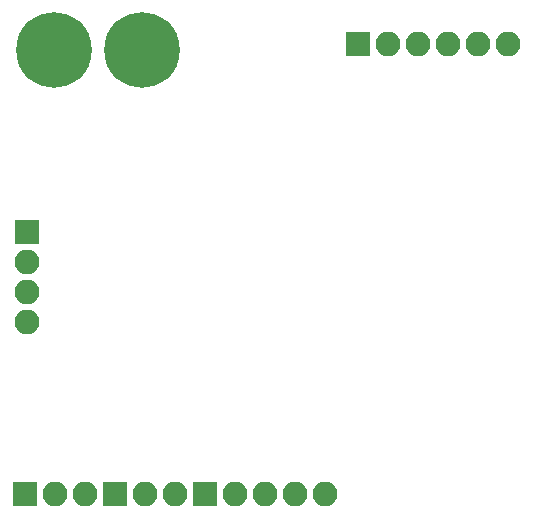
<source format=gbs>
G04 #@! TF.FileFunction,Soldermask,Bot*
%FSLAX46Y46*%
G04 Gerber Fmt 4.6, Leading zero omitted, Abs format (unit mm)*
G04 Created by KiCad (PCBNEW 4.0.6) date 12/03/17 01:19:17*
%MOMM*%
%LPD*%
G01*
G04 APERTURE LIST*
%ADD10C,0.100000*%
%ADD11R,2.100000X2.100000*%
%ADD12O,2.100000X2.100000*%
%ADD13C,6.400000*%
G04 APERTURE END LIST*
D10*
D11*
X187452000Y-61468000D03*
D12*
X189992000Y-61468000D03*
X192532000Y-61468000D03*
X195072000Y-61468000D03*
X197612000Y-61468000D03*
X200152000Y-61468000D03*
D13*
X161671000Y-61976000D03*
X169171000Y-61976000D03*
D11*
X166878000Y-99568000D03*
D12*
X169418000Y-99568000D03*
X171958000Y-99568000D03*
D11*
X159258000Y-99568000D03*
D12*
X161798000Y-99568000D03*
X164338000Y-99568000D03*
D11*
X159385000Y-77343000D03*
D12*
X159385000Y-79883000D03*
X159385000Y-82423000D03*
X159385000Y-84963000D03*
D11*
X174498000Y-99568000D03*
D12*
X177038000Y-99568000D03*
X179578000Y-99568000D03*
X182118000Y-99568000D03*
X184658000Y-99568000D03*
M02*

</source>
